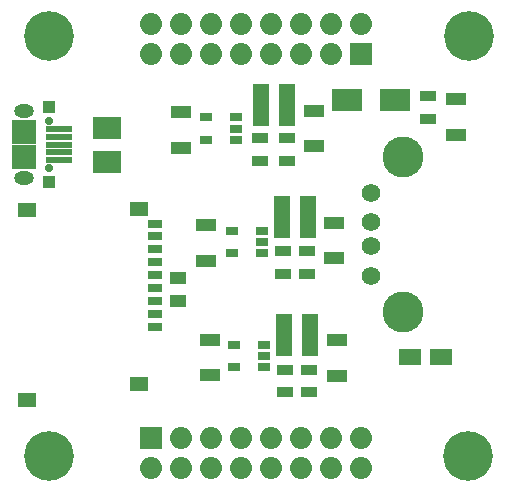
<source format=gbr>
G04 #@! TF.FileFunction,Soldermask,Top*
%FSLAX46Y46*%
G04 Gerber Fmt 4.6, Leading zero omitted, Abs format (unit mm)*
G04 Created by KiCad (PCBNEW 4.0.0-rc1-stable) date Sun 22 Nov 2015 09:57:49 PM ICT*
%MOMM*%
G01*
G04 APERTURE LIST*
%ADD10C,0.100000*%
%ADD11C,4.204000*%
%ADD12R,1.867200X1.867200*%
%ADD13O,1.867200X1.867200*%
%ADD14R,1.029000X0.749600*%
%ADD15R,1.440000X0.840000*%
%ADD16R,1.440000X3.640000*%
%ADD17R,2.639360X1.940860*%
%ADD18R,1.390000X1.140000*%
%ADD19C,1.562400*%
%ADD20C,3.467400*%
%ADD21R,1.740000X1.140000*%
%ADD22R,1.940000X1.370000*%
%ADD23R,1.189020X0.739440*%
%ADD24R,1.641140X1.189020*%
%ADD25R,2.240000X0.540000*%
%ADD26O,1.690000X1.140000*%
%ADD27C,0.740000*%
%ADD28R,2.040000X2.040000*%
%ADD29R,1.140000X1.140000*%
%ADD30R,2.370000X1.940000*%
G04 APERTURE END LIST*
D10*
D11*
X129286000Y-84010500D03*
X164846000Y-84010500D03*
X164782000Y-119570000D03*
X129286000Y-119570000D03*
D12*
X137922000Y-117983000D03*
D13*
X137922000Y-120523000D03*
X140462000Y-117983000D03*
X140462000Y-120523000D03*
X143002000Y-117983000D03*
X143002000Y-120523000D03*
X145542000Y-117983000D03*
X145542000Y-120523000D03*
X148082000Y-117983000D03*
X148082000Y-120523000D03*
X150622000Y-117983000D03*
X150622000Y-120523000D03*
X153162000Y-117983000D03*
X153162000Y-120523000D03*
X155702000Y-117983000D03*
X155702000Y-120523000D03*
D12*
X155756000Y-85540000D03*
D13*
X155756000Y-83000000D03*
X153216000Y-85540000D03*
X153216000Y-83000000D03*
X150676000Y-85540000D03*
X150676000Y-83000000D03*
X148136000Y-85540000D03*
X148136000Y-83000000D03*
X145596000Y-85540000D03*
X145596000Y-83000000D03*
X143056000Y-85540000D03*
X143056000Y-83000000D03*
X140516000Y-85540000D03*
X140516000Y-83000000D03*
X137976000Y-85540000D03*
X137976000Y-83000000D03*
D14*
X144805000Y-102387500D03*
X144805000Y-100482500D03*
X147345000Y-100482500D03*
X147345000Y-101435000D03*
X147345000Y-102387500D03*
X144983000Y-112026500D03*
X144983000Y-110121500D03*
X147523000Y-110121500D03*
X147523000Y-111074000D03*
X147523000Y-112026500D03*
X142621000Y-92773500D03*
X142621000Y-90868500D03*
X145161000Y-90868500D03*
X145161000Y-91821000D03*
X145161000Y-92773500D03*
D15*
X149479000Y-92649000D03*
X149479000Y-94549000D03*
X147193000Y-94549000D03*
X147193000Y-92649000D03*
X151333000Y-112217000D03*
X151333000Y-114117000D03*
X149301000Y-114117000D03*
X149301000Y-112217000D03*
X151155000Y-102199000D03*
X151155000Y-104099000D03*
X149123000Y-104099000D03*
X149123000Y-102199000D03*
D16*
X147236000Y-89789000D03*
X149436000Y-89789000D03*
X149039000Y-99339400D03*
X151239000Y-99339400D03*
X149217000Y-109296000D03*
X151417000Y-109296000D03*
D17*
X158589980Y-89408000D03*
X154592020Y-89408000D03*
D15*
X161417000Y-89093000D03*
X161417000Y-90993000D03*
D18*
X140259000Y-106435000D03*
X140259000Y-104435000D03*
D19*
X156565200Y-99758700D03*
X156565200Y-101765300D03*
X156565200Y-97269500D03*
D20*
X159283000Y-94196100D03*
X159283000Y-107327900D03*
D19*
X156565200Y-104254500D03*
D21*
X151765000Y-93321000D03*
X151765000Y-90321000D03*
X163779000Y-92330400D03*
X163779000Y-89330400D03*
X153441000Y-102795000D03*
X153441000Y-99795000D03*
X153746000Y-112727000D03*
X153746000Y-109727000D03*
X140462000Y-90448000D03*
X140462000Y-93448000D03*
X142646000Y-99998000D03*
X142646000Y-102998000D03*
X142951000Y-109701000D03*
X142951000Y-112701000D03*
D22*
X162524000Y-111125000D03*
X159904000Y-111125000D03*
D23*
X138335120Y-99849080D03*
X138335120Y-100948900D03*
X138335120Y-102048720D03*
X138335120Y-103148540D03*
X138335120Y-104248360D03*
X138335120Y-105348180D03*
X138335120Y-106448000D03*
X138335120Y-107547820D03*
D24*
X136941000Y-98644000D03*
X136966000Y-113469000D03*
X127491000Y-98719000D03*
X127491000Y-114769000D03*
D23*
X138341000Y-108644000D03*
D25*
X130203540Y-91862000D03*
X130203540Y-92512000D03*
X130203540Y-93162000D03*
X130203540Y-93812000D03*
X130203540Y-94462000D03*
D26*
X127216000Y-90337900D03*
X127216000Y-95962900D03*
D27*
X129366000Y-91162900D03*
X129366000Y-95162900D03*
D28*
X127216000Y-92087900D03*
X127216000Y-94237900D03*
D29*
X129291000Y-89962900D03*
X129291000Y-96362900D03*
D30*
X134272020Y-94659720D03*
X134272020Y-91739720D03*
M02*

</source>
